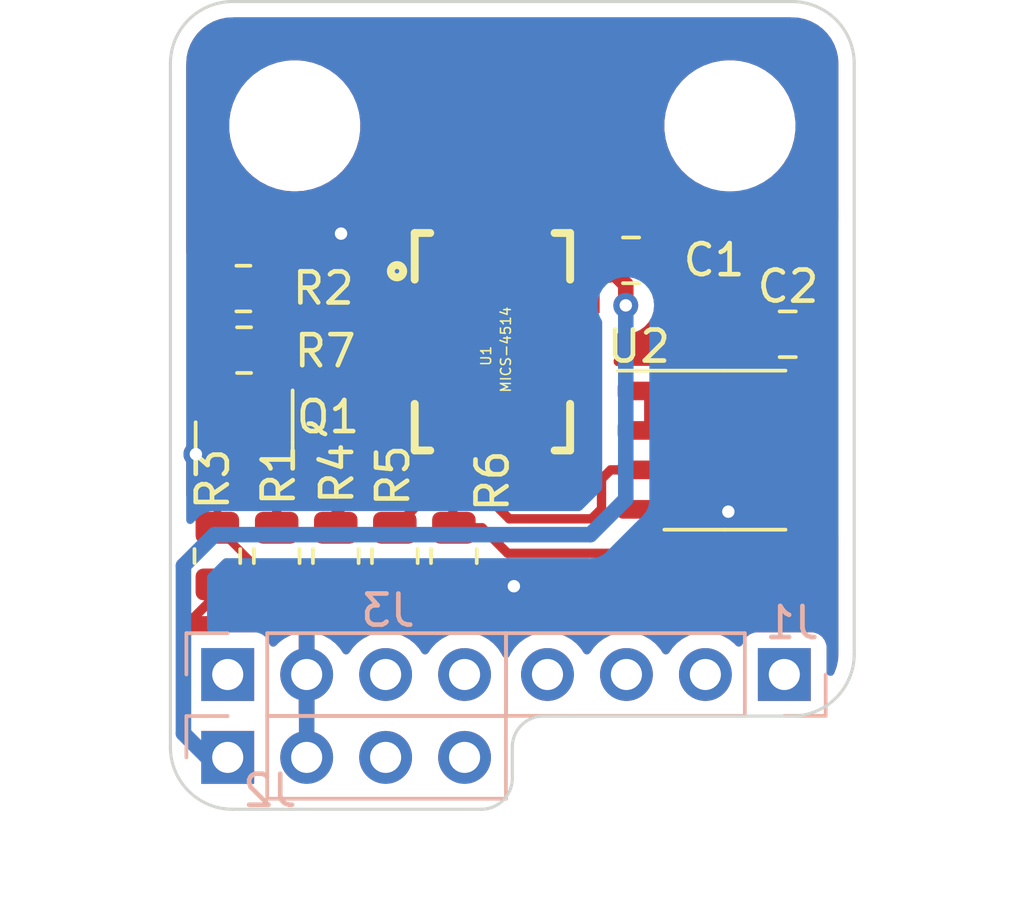
<source format=kicad_pcb>
(kicad_pcb (version 20211014) (generator pcbnew)
  (layers (0 "F.Cu" signal) (31 "B.Cu" signal) (34 "B.Paste" user) (35 "F.Paste" user) (36 "B.SilkS" user "B.Silkscreen") (37 "F.SilkS" user "F.Silkscreen") (38 "B.Mask" user) (39 "F.Mask" user) (44 "Edge.Cuts" user))
  (net 0 "")
  (net 1 "Net-(Q1-Pad1)")
  (net 2 "GND")
  (net 3 "Net-(Q1-Pad3)")
  (net 4 "Net-(R1-Pad1)")
  (net 5 "/PRE_HEALTING")
  (net 6 "/NO2")
  (net 7 "Net-(R5-Pad1)")
  (net 8 "/CO2")
  (net 9 "+3V3")
  (net 10 "/ADC_OX")
  (net 11 "/ADC_RED")
  (net 12 "/AIN")
  (net 13 "/IO1")
  (net 14 "/IO2")
  (net 15 "+BATT")
  (net 16 "/BOOT")
  (net 17 "/TX")
  (net 18 "/RX")
  (net 19 "/SCL")
  (net 20 "/SDA")
  (footprint "Package_TO_SOT_SMD:SOT-23" (layer "F.Cu") (at 149.3719 82.1918 -90)
    (fp_text reference "Q1" (at -0.8218 -2.6981 180) (layer "F.SilkS"))
    (fp_text value "2N7002")
    (fp_line (start 0 -1.56) (end 0.65 -1.56) (layer "F.SilkS") (width 0.12))
    (fp_line (start 0 -1.56) (end -1.675 -1.56) (layer "F.SilkS") (width 0.12))
    (fp_line (start 0 1.56) (end 0.65 1.56) (layer "F.SilkS") (width 0.12))
    (fp_line (start 0 1.56) (end -0.65 1.56) (layer "F.SilkS") (width 0.12))
    (pad "1" smd roundrect locked (at -0.9375 -0.95 270) (size 1.475 0.6) (layers "F.Cu" "F.Paste" "F.Mask") (net 1 "Net-(Q1-Pad1)"))
    (pad "2" smd roundrect locked (at -0.9375 0.95 270) (size 1.475 0.6) (layers "F.Cu" "F.Paste" "F.Mask") (net 2 "GND"))
    (pad "3" smd roundrect locked (at 0.9375 0 270) (size 1.475 0.6) (layers "F.Cu" "F.Paste" "F.Mask") (net 3 "Net-(Q1-Pad3)"))
  )
  (footprint "Resistor_SMD:R_0805_2012Metric" (layer "F.Cu") (at 152.32 85.85 -90)
    (fp_text reference "R4" (at -2.6625 -0.04 90) (layer "F.SilkS"))
    (fp_text value "269")
    (fp_line (start -0.227064 -0.735) (end 0.227064 -0.735) (layer "F.SilkS") (width 0.12))
    (fp_line (start -0.227064 0.735) (end 0.227064 0.735) (layer "F.SilkS") (width 0.12))
    (pad "1" smd roundrect locked (at -0.9125 0 270) (size 1.025 1.4) (layers "F.Cu" "F.Paste" "F.Mask") (roundrect_rratio 0.243902) (net 6 "/NO2"))
    (pad "2" smd roundrect locked (at 0.9125 0 270) (size 1.025 1.4) (layers "F.Cu" "F.Paste" "F.Mask") (roundrect_rratio 0.243902) (net 2 "GND"))
  )
  (footprint "Capacitor_SMD:C_0805_2012Metric" (layer "F.Cu") (at 166.86 78.71 180)
    (fp_text reference "C2" (at -0.01 1.54) (layer "F.SilkS"))
    (fp_text value "0.1uF")
    (fp_line (start -0.261252 0.735) (end 0.261252 0.735) (layer "F.SilkS") (width 0.12))
    (fp_line (start -0.261252 -0.735) (end 0.261252 -0.735) (layer "F.SilkS") (width 0.12))
    (pad "1" smd roundrect locked (at -0.95 0 180) (size 1 1.45) (layers "F.Cu" "F.Paste" "F.Mask") (net 9 "+3V3"))
    (pad "2" smd roundrect locked (at 0.95 0 180) (size 1 1.45) (layers "F.Cu" "F.Paste" "F.Mask") (net 2 "GND"))
  )
  (footprint "Resistor_SMD:R_0805_2012Metric" (layer "F.Cu") (at 149.37 79.22)
    (fp_text reference "R7" (at 2.61 0.03) (layer "F.SilkS"))
    (fp_text value "66.5k")
    (fp_line (start -0.227064 -0.735) (end 0.227064 -0.735) (layer "F.SilkS") (width 0.12))
    (fp_line (start -0.227064 0.735) (end 0.227064 0.735) (layer "F.SilkS") (width 0.12))
    (pad "1" smd roundrect locked (at -0.9125 0) (size 1.025 1.4) (layers "F.Cu" "F.Paste" "F.Mask") (roundrect_rratio 0.243902) (net 2 "GND"))
    (pad "2" smd roundrect locked (at 0.9125 0) (size 1.025 1.4) (layers "F.Cu" "F.Paste" "F.Mask") (roundrect_rratio 0.243902) (net 1 "Net-(Q1-Pad1)"))
  )
  (footprint "Capacitor_SMD:C_0805_2012Metric" (layer "F.Cu") (at 161.82 76.33)
    (fp_text reference "C1" (at 2.67 -0.01) (layer "F.SilkS"))
    (fp_text value "0.1uF")
    (fp_line (start -0.261252 0.735) (end 0.261252 0.735) (layer "F.SilkS") (width 0.12))
    (fp_line (start -0.261252 -0.735) (end 0.261252 -0.735) (layer "F.SilkS") (width 0.12))
    (pad "1" smd roundrect locked (at -0.95 0) (size 1 1.45) (layers "F.Cu" "F.Paste" "F.Mask") (net 9 "+3V3"))
    (pad "2" smd roundrect locked (at 0.95 0) (size 1 1.45) (layers "F.Cu" "F.Paste" "F.Mask") (net 2 "GND"))
  )
  (footprint "Resistor_SMD:R_0805_2012Metric" (layer "F.Cu") (at 154.22 85.85 -90)
    (fp_text reference "R5" (at -2.5925 0.06 90) (layer "F.SilkS"))
    (fp_text value "30")
    (fp_line (start -0.227064 0.735) (end 0.227064 0.735) (layer "F.SilkS") (width 0.12))
    (fp_line (start -0.227064 -0.735) (end 0.227064 -0.735) (layer "F.SilkS") (width 0.12))
    (pad "1" smd roundrect locked (at -0.9125 0 270) (size 1.025 1.4) (layers "F.Cu" "F.Paste" "F.Mask") (roundrect_rratio 0.243902) (net 7 "Net-(R5-Pad1)"))
    (pad "2" smd roundrect locked (at 0.9125 0 270) (size 1.025 1.4) (layers "F.Cu" "F.Paste" "F.Mask") (roundrect_rratio 0.243902) (net 2 "GND"))
  )
  (footprint "MiCS_Sensor:MICS_10-SMD" (layer "F.Cu") (at 157.36 78.95 90)
    (fp_text reference "U1" (at -0.458142 -0.20362 90) (layer "F.SilkS") (effects (font (size 0.320661 0.320661) (thickness 0.05))))
    (fp_text value "MICS-4514" (at -0.254238 0.432194 90) (layer "F.SilkS") (effects (font (size 0.320291 0.320291) (thickness 0.05))))
    (fp_line (start 3.5 -2.5) (end 3.5 -2) (layer "F.SilkS") (width 0.254))
    (fp_line (start -3.5 -2.5) (end -3.5 -2) (layer "F.SilkS") (width 0.254))
    (fp_line (start 3.5 -2.5) (end 2 -2.5) (layer "F.SilkS") (width 0.254))
    (fp_line (start -3.5 2.5) (end -2 2.5) (layer "F.SilkS") (width 0.254))
    (fp_line (start -3.5 2.5) (end -3.5 2) (layer "F.SilkS") (width 0.254))
    (fp_line (start 3.5 2.5) (end 2 2.5) (layer "F.SilkS") (width 0.254))
    (fp_line (start -3.5 -2.5) (end -2 -2.5) (layer "F.SilkS") (width 0.254))
    (fp_line (start 3.5 2.5) (end 3.5 2) (layer "F.SilkS") (width 0.254))
    (fp_circle (center 2.27 -3.07) (end 2.47 -3.07) (layer "F.SilkS") (width 0.254) (fill none))
    (pad "A" smd rect (at 1.27 -2.45 90) (size 0.7 2) (layers "F.Cu" "F.Paste" "F.Mask") (net 4 "Net-(R1-Pad1)"))
    (pad "B" smd rect (at 0 -2.45 90) (size 0.7 2) (layers "F.Cu" "F.Paste" "F.Mask") (net 6 "/NO2"))
    (pad "C" smd rect (at -1.27 -2.45 90) (size 0.7 2) (layers "F.Cu" "F.Paste" "F.Mask") (net 7 "Net-(R5-Pad1)"))
    (pad "D" smd rect (at -3.45 -1.27 180) (size 0.7 2) (layers "F.Cu" "F.Paste" "F.Mask") (net 8 "/CO2"))
    (pad "E" smd rect (at -3.45 1.27 180) (size 0.7 2) (layers "F.Cu" "F.Paste" "F.Mask"))
    (pad "F" smd rect (at -1.27 2.45 90) (size 0.7 2) (layers "F.Cu" "F.Paste" "F.Mask") (net 9 "+3V3"))
    (pad "G" smd rect (at 0 2.45 90) (size 0.7 2) (layers "F.Cu" "F.Paste" "F.Mask") (net 9 "+3V3"))
    (pad "H" smd rect (at 1.27 2.45 90) (size 0.7 2) (layers "F.Cu" "F.Paste" "F.Mask") (net 9 "+3V3"))
    (pad "J" smd rect (at 3.45 1.27 180) (size 0.7 2) (layers "F.Cu" "F.Paste" "F.Mask") (net 9 "+3V3"))
    (pad "K" smd rect (at 3.45 -1.27 180) (size 0.7 2) (layers "F.Cu" "F.Paste" "F.Mask"))
  )
  (footprint "Resistor_SMD:R_0805_2012Metric" (layer "F.Cu") (at 150.42 85.85 -90)
    (fp_text reference "R1" (at -2.61 -0.06 90) (layer "F.SilkS"))
    (fp_text value "30")
    (fp_line (start -0.227064 0.735) (end 0.227064 0.735) (layer "F.SilkS") (width 0.12))
    (fp_line (start -0.227064 -0.735) (end 0.227064 -0.735) (layer "F.SilkS") (width 0.12))
    (pad "1" smd roundrect locked (at -0.9125 0 270) (size 1.025 1.4) (layers "F.Cu" "F.Paste" "F.Mask") (roundrect_rratio 0.243902) (net 4 "Net-(R1-Pad1)"))
    (pad "2" smd roundrect locked (at 0.9125 0 270) (size 1.025 1.4) (layers "F.Cu" "F.Paste" "F.Mask") (roundrect_rratio 0.243902) (net 3 "Net-(Q1-Pad3)"))
  )
  (footprint "Package_SO:SOIC-8_3.9x4.9mm_P1.27mm" (layer "F.Cu") (at 164.84 82.44)
    (fp_text reference "U2" (at -2.77 -3.34) (layer "F.SilkS"))
    (fp_text value "TLC2272")
    (fp_line (start 0 -2.56) (end 1.95 -2.56) (layer "F.SilkS") (width 0.12))
    (fp_line (start 0 2.56) (end -1.95 2.56) (layer "F.SilkS") (width 0.12))
    (fp_line (start 0 2.56) (end 1.95 2.56) (layer "F.SilkS") (width 0.12))
    (fp_line (start 0 -2.56) (end -3.45 -2.56) (layer "F.SilkS") (width 0.12))
    (pad "1" smd roundrect locked (at -2.475 -1.905) (size 1.95 0.6) (layers "F.Cu" "F.Paste" "F.Mask") (net 10 "/ADC_OX"))
    (pad "2" smd roundrect locked (at -2.475 -0.635) (size 1.95 0.6) (layers "F.Cu" "F.Paste" "F.Mask") (net 10 "/ADC_OX"))
    (pad "3" smd roundrect locked (at -2.475 0.635) (size 1.95 0.6) (layers "F.Cu" "F.Paste" "F.Mask") (net 6 "/NO2"))
    (pad "4" smd roundrect locked (at -2.475 1.905) (size 1.95 0.6) (layers "F.Cu" "F.Paste" "F.Mask") (net 2 "GND"))
    (pad "5" smd roundrect locked (at 2.475 1.905) (size 1.95 0.6) (layers "F.Cu" "F.Paste" "F.Mask") (net 8 "/CO2"))
    (pad "6" smd roundrect locked (at 2.475 0.635) (size 1.95 0.6) (layers "F.Cu" "F.Paste" "F.Mask") (net 11 "/ADC_RED"))
    (pad "7" smd roundrect locked (at 2.475 -0.635) (size 1.95 0.6) (layers "F.Cu" "F.Paste" "F.Mask") (net 11 "/ADC_RED"))
    (pad "8" smd roundrect locked (at 2.475 -1.905) (size 1.95 0.6) (layers "F.Cu" "F.Paste" "F.Mask") (net 9 "+3V3"))
  )
  (footprint "MountingHole:MountingHole_3.2mm_M3" (layer "F.Cu") (at 165 72)
    (fp_text reference "REF**" hide)
    (fp_text value "MountingHole_3.2mm_M3")
    (pad "" np_thru_hole circle locked (at 0 0) (size 3.2 3.2) (drill 3.2) (layers *.Cu *.Mask))
  )
  (footprint "MountingHole:MountingHole_3.2mm_M3" (layer "F.Cu") (at 151 72)
    (fp_text reference "REF**" hide)
    (fp_text value "MountingHole_3.2mm_M3")
    (pad "" np_thru_hole circle locked (at 0 0) (size 3.2 3.2) (drill 3.2) (layers *.Cu *.Mask))
  )
  (footprint "Resistor_SMD:R_0805_2012Metric" (layer "F.Cu") (at 149.3484 77.2388)
    (fp_text reference "R2" (at 2.5716 -0.0088) (layer "F.SilkS"))
    (fp_text value "66.5")
    (fp_line (start -0.227064 -0.735) (end 0.227064 -0.735) (layer "F.SilkS") (width 0.12))
    (fp_line (start -0.227064 0.735) (end 0.227064 0.735) (layer "F.SilkS") (width 0.12))
    (pad "1" smd roundrect locked (at -0.9125 0) (size 1.025 1.4) (layers "F.Cu" "F.Paste" "F.Mask") (roundrect_rratio 0.243902) (net 5 "/PRE_HEALTING"))
    (pad "2" smd roundrect locked (at 0.9125 0) (size 1.025 1.4) (layers "F.Cu" "F.Paste" "F.Mask") (roundrect_rratio 0.243902) (net 1 "Net-(Q1-Pad1)"))
  )
  (footprint "Resistor_SMD:R_0805_2012Metric" (layer "F.Cu") (at 156.12 85.85 -90)
    (fp_text reference "R6" (at -2.42 -1.24 90) (layer "F.SilkS"))
    (fp_text value "47k")
    (fp_line (start -0.227064 0.735) (end 0.227064 0.735) (layer "F.SilkS") (width 0.12))
    (fp_line (start -0.227064 -0.735) (end 0.227064 -0.735) (layer "F.SilkS") (width 0.12))
    (pad "1" smd roundrect locked (at -0.9125 0 270) (size 1.025 1.4) (layers "F.Cu" "F.Paste" "F.Mask") (roundrect_rratio 0.243902) (net 8 "/CO2"))
    (pad "2" smd roundrect locked (at 0.9125 0 270) (size 1.025 1.4) (layers "F.Cu" "F.Paste" "F.Mask") (roundrect_rratio 0.243902) (net 2 "GND"))
  )
  (footprint "Resistor_SMD:R_0805_2012Metric" (layer "F.Cu") (at 148.51 85.85 -90)
    (fp_text reference "R3" (at -2.48 0.15 90) (layer "F.SilkS"))
    (fp_text value "36")
    (fp_line (start -0.227064 0.735) (end 0.227064 0.735) (layer "F.SilkS") (width 0.12))
    (fp_line (start -0.227064 -0.735) (end 0.227064 -0.735) (layer "F.SilkS") (width 0.12))
    (pad "1" smd roundrect locked (at -0.9125 0 270) (size 1.025 1.4) (layers "F.Cu" "F.Paste" "F.Mask") (roundrect_rratio 0.243902) (net 3 "Net-(Q1-Pad3)"))
    (pad "2" smd roundrect locked (at 0.9125 0 270) (size 1.025 1.4) (layers "F.Cu" "F.Paste" "F.Mask") (roundrect_rratio 0.243902) (net 2 "GND"))
  )
  (footprint "Connector_PinHeader_2.54mm:PinHeader_1x04_P2.54mm_Vertical" (layer "B.Cu") (at 148.844 89.662 -90)
    (fp_text reference "J3" (at -2.062 -5.156 180) (layer "B.SilkS") (effects (justify mirror)))
    (fp_text value "Conn_01x04")
    (fp_line (start -1.33 0) (end -1.33 1.33) (layer "B.SilkS") (width 0.12))
    (fp_line (start 1.33 -1.27) (end 1.33 -8.95) (layer "B.SilkS") (width 0.12))
    (fp_line (start -1.33 1.33) (end 0 1.33) (layer "B.SilkS") (width 0.12))
    (fp_line (start -1.33 -8.95) (end 1.33 -8.95) (layer "B.SilkS") (width 0.12))
    (fp_line (start -1.33 -1.27) (end -1.33 -8.95) (layer "B.SilkS") (width 0.12))
    (fp_line (start -1.33 -1.27) (end 1.33 -1.27) (layer "B.SilkS") (width 0.12))
    (pad "1" thru_hole rect locked (at 0 0 270) (size 1.7 1.7) (drill 1) (layers *.Cu *.Mask) (net 16 "/BOOT"))
    (pad "2" thru_hole oval locked (at 0 -2.54 270) (size 1.7 1.7) (drill 1) (layers *.Cu *.Mask) (net 2 "GND"))
    (pad "3" thru_hole oval locked (at 0 -5.08 270) (size 1.7 1.7) (drill 1) (layers *.Cu *.Mask) (net 17 "/TX"))
    (pad "4" thru_hole oval locked (at 0 -7.62 270) (size 1.7 1.7) (drill 1) (layers *.Cu *.Mask) (net 18 "/RX"))
  )
  (footprint "Connector_PinHeader_2.54mm:PinHeader_1x04_P2.54mm_Vertical" (layer "B.Cu") (at 148.844 92.33 -90)
    (fp_text reference "J2" (at 1.07 -1.356) (layer "B.SilkS") (effects (justify mirror)))
    (fp_text value "Conn_01x04")
    (fp_line (start -1.33 0) (end -1.33 1.33) (layer "B.SilkS") (width 0.12))
    (fp_line (start -1.33 -8.95) (end 1.33 -8.95) (layer "B.SilkS") (width 0.12))
    (fp_line (start -1.33 -1.27) (end -1.33 -8.95) (layer "B.SilkS") (width 0.12))
    (fp_line (start -1.33 -1.27) (end 1.33 -1.27) (layer "B.SilkS") (width 0.12))
    (fp_line (start 1.33 -1.27) (end 1.33 -8.95) (layer "B.SilkS") (width 0.12))
    (fp_line (start -1.33 1.33) (end 0 1.33) (layer "B.SilkS") (width 0.12))
    (pad "1" thru_hole rect locked (at 0 0 270) (size 1.7 1.7) (drill 1) (layers *.Cu *.Mask) (net 9 "+3V3"))
    (pad "2" thru_hole oval locked (at 0 -2.54 270) (size 1.7 1.7) (drill 1) (layers *.Cu *.Mask) (net 2 "GND"))
    (pad "3" thru_hole oval locked (at 0 -5.08 270) (size 1.7 1.7) (drill 1) (layers *.Cu *.Mask) (net 19 "/SCL"))
    (pad "4" thru_hole oval locked (at 0 -7.62 270) (size 1.7 1.7) (drill 1) (layers *.Cu *.Mask) (net 20 "/SDA"))
  )
  (footprint "Connector_PinHeader_2.54mm:PinHeader_1x04_P2.54mm_Vertical" (layer "B.Cu") (at 166.751 89.662 90)
    (fp_text reference "J1" (at 1.662 0.249 180) (layer "B.SilkS") (effects (justify mirror)))
    (fp_text value "Conn_01x04")
    (fp_line (start -1.33 -8.95) (end 1.33 -8.95) (layer "B.SilkS") (width 0.12))
    (fp_line (start -1.33 -1.27) (end -1.33 -8.95) (layer "B.SilkS") (width 0.12))
    (fp_line (start 1.33 -1.27) (end 1.33 -8.95) (layer "B.SilkS") (width 0.12))
    (fp_line (start -1.33 1.33) (end 0 1.33) (layer "B.SilkS") (width 0.12))
    (fp_line (start -1.33 -1.27) (end 1.33 -1.27) (layer "B.SilkS") (width 0.12))
    (fp_line (start -1.33 0) (end -1.33 1.33) (layer "B.SilkS") (width 0.12))
    (pad "1" thru_hole rect locked (at 0 0 90) (size 1.7 1.7) (drill 1) (layers *.Cu *.Mask) (net 15 "+BATT"))
    (pad "2" thru_hole oval locked (at 0 -2.54 90) (size 1.7 1.7) (drill 1) (layers *.Cu *.Mask) (net 14 "/IO2"))
    (pad "3" thru_hole oval locked (at 0 -5.08 90) (size 1.7 1.7) (drill 1) (layers *.Cu *.Mask) (net 13 "/IO1"))
    (pad "4" thru_hole oval locked (at 0 -7.62 90) (size 1.7 1.7) (drill 1) (layers *.Cu *.Mask) (net 12 "/AIN"))
  )
  (gr_arc (start 158 92) (mid 158.292893 91.292893) (end 159 91) (layer "Edge.Cuts") (width 0.1))
  (gr_arc (start 147 70) (mid 147.585786 68.585786) (end 149 68) (layer "Edge.Cuts") (width 0.1))
  (gr_line (start 160 91) (end 159 91) (layer "Edge.Cuts") (width 0.1))
  (gr_arc (start 169 89) (mid 168.414214 90.414214) (end 167 91) (layer "Edge.Cuts") (width 0.1))
  (gr_line (start 147 70) (end 147 92) (layer "Edge.Cuts") (width 0.1))
  (gr_arc (start 158 93) (mid 157.707107 93.707107) (end 157 94) (layer "Edge.Cuts") (width 0.1))
  (gr_line (start 169 89) (end 169 70) (layer "Edge.Cuts") (width 0.1))
  (gr_arc (start 149 94) (mid 147.585786 93.414214) (end 147 92) (layer "Edge.Cuts") (width 0.1))
  (gr_line (start 157 94) (end 149 94) (layer "Edge.Cuts") (width 0.1))
  (gr_line (start 158 92) (end 158 93) (layer "Edge.Cuts") (width 0.1))
  (gr_arc (start 167 68) (mid 168.414214 68.585786) (end 169 70) (layer "Edge.Cuts") (width 0.1))
  (gr_line (start 160 91) (end 167 91) (layer "Edge.Cuts") (width 0.1))
  (gr_line (start 149 68) (end 167 68) (layer "Edge.Cuts") (width 0.1))
  (segment (start 150.2609 81.1933) (end 150.3219 81.2543) (width 0.3) (layer "F.Cu") (net 1))
  (segment (start 150.2609 77.2388) (end 150.2609 81.1933) (width 0.3) (layer "F.Cu") (net 1))
  (segment (start 148.4575 79.22) (end 148.4575 81.2187) (width 0.3) (layer "F.Cu") (net 2))
  (segment (start 148.4575 81.2187) (end 148.4219 81.2543) (width 0.3) (layer "F.Cu") (net 2))
  (segment (start 157.9925 86.7625) (end 158.05 86.82) (width 0.3) (layer "F.Cu") (net 2))
  (segment (start 164.875 84.345) (end 164.95 84.42) (width 0.3) (layer "F.Cu") (net 2))
  (segment (start 148.4219 81.2543) (end 148.4219 81.9681) (width 0.3) (layer "F.Cu") (net 2))
  (segment (start 162.365 84.345) (end 164.875 84.345) (width 0.3) (layer "F.Cu") (net 2))
  (segment (start 148.51 86.7625) (end 148.51 87.07) (width 0.3) (layer "F.Cu") (net 2))
  (segment (start 148.4219 81.9681) (end 147.82 82.57) (width 0.3) (layer "F.Cu") (net 2))
  (segment (start 148.51 87.07) (end 147.7 87.88) (width 0.3) (layer "F.Cu") (net 2))
  (segment (start 152.32 86.7625) (end 157.9925 86.7625) (width 0.3) (layer "F.Cu") (net 2))
  (segment (start 152.32 86.7625) (end 156.12 86.7625) (width 0.3) (layer "F.Cu") (net 2))
  (via (at 158.05 86.82) (size 0.8) (drill 0.4) (layers "F.Cu" "B.Cu") (net 2))
  (via (at 164.95 84.42) (size 0.8) (drill 0.4) (layers "F.Cu" "B.Cu") (net 2))
  (via (at 147.82 82.57) (size 0.8) (drill 0.4) (layers "F.Cu" "B.Cu") (net 2))
  (via (at 152.49 75.47) (size 0.8) (drill 0.4) (layers "F.Cu" "B.Cu") (net 2))
  (segment (start 151.384 92.33) (end 151.384 89.662) (width 0.5) (layer "B.Cu") (net 2))
  (segment (start 148.51 84.9375) (end 148.51 83.9912) (width 0.25) (layer "F.Cu") (net 3))
  (segment (start 150.42 86.7625) (end 150.335 86.7625) (width 0.25) (layer "F.Cu") (net 3))
  (segment (start 148.51 83.9912) (end 149.3719 83.1293) (width 0.25) (layer "F.Cu") (net 3))
  (segment (start 150.335 86.7625) (end 148.51 84.9375) (width 0.25) (layer "F.Cu") (net 3))
  (segment (start 150.42 84.23) (end 151.04 83.61) (width 0.3) (layer "F.Cu") (net 4))
  (segment (start 151.95 83.61) (end 152.38 83.18) (width 0.3) (layer "F.Cu") (net 4))
  (segment (start 152.38 78.15) (end 152.85 77.68) (width 0.3) (layer "F.Cu") (net 4))
  (segment (start 151.04 83.61) (end 151.95 83.61) (width 0.3) (layer "F.Cu") (net 4))
  (segment (start 150.42 84.9375) (end 150.42 84.23) (width 0.3) (layer "F.Cu") (net 4))
  (segment (start 152.85 77.68) (end 154.91 77.68) (width 0.3) (layer "F.Cu") (net 4))
  (segment (start 152.38 83.18) (end 152.38 78.15) (width 0.3) (layer "F.Cu") (net 4))
  (segment (start 161.165 83.075) (end 162.365 83.075) (width 0.3) (layer "F.Cu") (net 6))
  (segment (start 156.61 78.95) (end 157.38 79.72) (width 0.3) (layer "F.Cu") (net 6))
  (segment (start 157.9 84.65) (end 160.55 84.65) (width 0.3) (layer "F.Cu") (net 6))
  (segment (start 157.38 84.13) (end 157.9 84.65) (width 0.3) (layer "F.Cu") (net 6))
  (segment (start 153.14 83.66) (end 153.14 79.37) (width 0.3) (layer "F.Cu") (net 6))
  (segment (start 160.87 84.33) (end 160.87 83.37) (width 0.3) (layer "F.Cu") (net 6))
  (segment (start 160.55 84.65) (end 160.87 84.33) (width 0.3) (layer "F.Cu") (net 6))
  (segment (start 154.91 78.95) (end 156.61 78.95) (width 0.3) (layer "F.Cu") (net 6))
  (segment (start 153.56 78.95) (end 154.91 78.95) (width 0.3) (layer "F.Cu") (net 6))
  (segment (start 153.14 79.37) (end 153.56 78.95) (width 0.3) (layer "F.Cu") (net 6))
  (segment (start 160.87 83.37) (end 161.165 83.075) (width 0.3) (layer "F.Cu") (net 6))
  (segment (start 152.32 84.48) (end 153.14 83.66) (width 0.3) (layer "F.Cu") (net 6))
  (segment (start 152.32 84.9375) (end 152.32 84.48) (width 0.3) (layer "F.Cu") (net 6))
  (segment (start 157.38 79.72) (end 157.38 84.13) (width 0.3) (layer "F.Cu") (net 6))
  (segment (start 154.22 84.9375) (end 154.91 84.2475) (width 0.3) (layer "F.Cu") (net 7))
  (segment (start 154.91 84.2475) (end 154.91 80.22) (width 0.3) (layer "F.Cu") (net 7))
  (segment (start 156.12 84.9375) (end 157.0275 84.9375) (width 0.3) (layer "F.Cu") (net 8))
  (segment (start 157.85 85.76) (end 167.06 85.76) (width 0.3) (layer "F.Cu") (net 8))
  (segment (start 167.315 85.505) (end 167.315 84.345) (width 0.3) (layer "F.Cu") (net 8))
  (segment (start 156.09 82.4) (end 156.09 84.9075) (width 0.3) (layer "F.Cu") (net 8))
  (segment (start 167.06 85.76) (end 167.315 85.505) (width 0.3) (layer "F.Cu") (net 8))
  (segment (start 157.0275 84.9375) (end 157.85 85.76) (width 0.3) (layer "F.Cu") (net 8))
  (segment (start 156.09 84.9075) (end 156.12 84.9375) (width 0.3) (layer "F.Cu") (net 8))
  (segment (start 159.81 76.47) (end 159.81 76.42) (width 0.3) (layer "F.Cu") (net 9))
  (segment (start 160.19 76.59) (end 160.19 76.47) (width 0.3) (layer "F.Cu") (net 9))
  (segment (start 167.315 80.075) (end 167.315 80.535) (width 0.3) (layer "F.Cu") (net 9))
  (segment (start 161.05 74.83) (end 160.87 75.01) (width 0.3) (layer "F.Cu") (net 9))
  (segment (start 161.65 77.78) (end 161.65 77.11) (width 0.5) (layer "F.Cu") (net 9))
  (segment (start 159.81 76.42) (end 158.89 75.5) (width 0.3) (layer "F.Cu") (net 9))
  (segment (start 167.81 78.71) (end 167.81 75.62) (width 0.3) (layer "F.Cu") (net 9))
  (segment (start 158.89 75.5) (end 158.63 75.5) (width 0.3) (layer "F.Cu") (net 9))
  (segment (start 167.02 74.83) (end 161.05 74.83) (width 0.3) (layer "F.Cu") (net 9))
  (segment (start 167.81 75.62) (end 167.02 74.83) (width 0.3) (layer "F.Cu") (net 9))
  (segment (start 160.87 75.01) (end 160.87 76.33) (width 0.3) (layer "F.Cu") (net 9))
  (segment (start 160.73 76.47) (end 160.87 76.33) (width 0.3) (layer "F.Cu") (net 9))
  (segment (start 167.315 80.075) (end 167.315 79.205) (width 0.3) (layer "F.Cu") (net 9))
  (segment (start 159.81 76.97) (end 159.81 76.47) (width 0.3) (layer "F.Cu") (net 9))
  (segment (start 167.315 79.205) (end 167.81 78.71) (width 0.3) (layer "F.Cu") (net 9))
  (segment (start 159.81 80.22) (end 159.81 77.68) (width 0.3) (layer "F.Cu") (net 9))
  (segment (start 160.19 76.47) (end 160.73 76.47) (width 0.3) (layer "F.Cu") (net 9))
  (segment (start 159.81 77.68) (end 159.81 76.97) (width 0.3) (layer "F.Cu") (net 9))
  (segment (start 159.81 76.47) (end 160.19 76.47) (width 0.3) (layer "F.Cu") (net 9))
  (segment (start 161.65 77.11) (end 160.87 76.33) (width 0.5) (layer "F.Cu") (net 9))
  (segment (start 159.81 76.97) (end 160.19 76.59) (width 0.3) (layer "F.Cu") (net 9))
  (via (at 161.65 77.78) (size 0.8) (drill 0.4) (layers "F.Cu" "B.Cu") (net 9))
  (segment (start 148.19 92.33) (end 147.42 91.56) (width 0.5) (layer "B.Cu") (net 9))
  (segment (start 148.42 85.16) (end 160.51 85.16) (width 0.5) (layer "B.Cu") (net 9))
  (segment (start 148.844 92.33) (end 148.19 92.33) (width 0.5) (layer "B.Cu") (net 9))
  (segment (start 147.42 86.16) (end 148.42 85.16) (width 0.5) (layer "B.Cu") (net 9))
  (segment (start 147.42 91.56) (end 147.42 86.16) (width 0.5) (layer "B.Cu") (net 9))
  (segment (start 161.65 84.02) (end 161.65 77.78) (width 0.5) (layer "B.Cu") (net 9))
  (segment (start 160.51 85.16) (end 161.65 84.02) (width 0.5) (layer "B.Cu") (net 9))
  (segment (start 162.365 80.535) (end 162.365 81.805) (width 0.25) (layer "F.Cu") (net 10))
  (segment (start 167.315 81.805) (end 167.315 83.075) (width 0.25) (layer "F.Cu") (net 11))
  (zone (net 2) (net_name "GND") (layers F&B.Cu) (connect_pads (clearance 0.508)) (min_thickness 0.254) (fill yes (thermal_gap 0.508) (thermal_bridge_width 0.508))
    (polygon (pts (xy 169 91) (xy 147 91) (xy 147 68) (xy 169 68)))
  )
)
</source>
